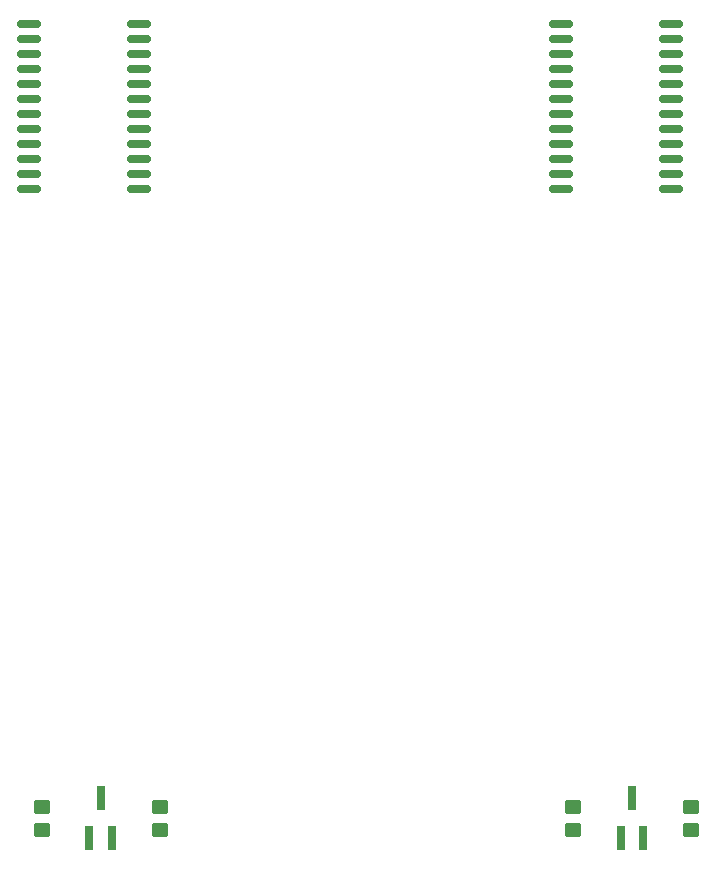
<source format=gbr>
%TF.GenerationSoftware,KiCad,Pcbnew,7.0.8*%
%TF.CreationDate,2024-02-08T03:58:00-08:00*%
%TF.ProjectId,panel,70616e65-6c2e-46b6-9963-61645f706362,rev?*%
%TF.SameCoordinates,Original*%
%TF.FileFunction,Paste,Bot*%
%TF.FilePolarity,Positive*%
%FSLAX46Y46*%
G04 Gerber Fmt 4.6, Leading zero omitted, Abs format (unit mm)*
G04 Created by KiCad (PCBNEW 7.0.8) date 2024-02-08 03:58:00*
%MOMM*%
%LPD*%
G01*
G04 APERTURE LIST*
G04 Aperture macros list*
%AMRoundRect*
0 Rectangle with rounded corners*
0 $1 Rounding radius*
0 $2 $3 $4 $5 $6 $7 $8 $9 X,Y pos of 4 corners*
0 Add a 4 corners polygon primitive as box body*
4,1,4,$2,$3,$4,$5,$6,$7,$8,$9,$2,$3,0*
0 Add four circle primitives for the rounded corners*
1,1,$1+$1,$2,$3*
1,1,$1+$1,$4,$5*
1,1,$1+$1,$6,$7*
1,1,$1+$1,$8,$9*
0 Add four rect primitives between the rounded corners*
20,1,$1+$1,$2,$3,$4,$5,0*
20,1,$1+$1,$4,$5,$6,$7,0*
20,1,$1+$1,$6,$7,$8,$9,0*
20,1,$1+$1,$8,$9,$2,$3,0*%
G04 Aperture macros list end*
%ADD10RoundRect,0.250000X0.450000X-0.350000X0.450000X0.350000X-0.450000X0.350000X-0.450000X-0.350000X0*%
%ADD11R,0.700000X2.000000*%
%ADD12RoundRect,0.150000X-0.875000X-0.150000X0.875000X-0.150000X0.875000X0.150000X-0.875000X0.150000X0*%
G04 APERTURE END LIST*
D10*
%TO.C,R4*%
X121000000Y-105000000D03*
X121000000Y-103000000D03*
%TD*%
D11*
%TO.C,Q1*%
X126950000Y-105700000D03*
X125050000Y-105700000D03*
X126000000Y-102300000D03*
%TD*%
D12*
%TO.C,U1*%
X119950000Y-50685000D03*
X119950000Y-49415000D03*
X119950000Y-48145000D03*
X119950000Y-46875000D03*
X119950000Y-45605000D03*
X119950000Y-44335000D03*
X119950000Y-43065000D03*
X119950000Y-41795000D03*
X119950000Y-40525000D03*
X119950000Y-39255000D03*
X119950000Y-37985000D03*
X119950000Y-36715000D03*
X129250000Y-36715000D03*
X129250000Y-37985000D03*
X129250000Y-39255000D03*
X129250000Y-40525000D03*
X129250000Y-41795000D03*
X129250000Y-43065000D03*
X129250000Y-44335000D03*
X129250000Y-45605000D03*
X129250000Y-46875000D03*
X129250000Y-48145000D03*
X129250000Y-49415000D03*
X129250000Y-50685000D03*
%TD*%
D10*
%TO.C,R3*%
X176000000Y-105000000D03*
X176000000Y-103000000D03*
%TD*%
%TO.C,R4*%
X166000000Y-105000000D03*
X166000000Y-103000000D03*
%TD*%
D12*
%TO.C,U1*%
X164950000Y-50685000D03*
X164950000Y-49415000D03*
X164950000Y-48145000D03*
X164950000Y-46875000D03*
X164950000Y-45605000D03*
X164950000Y-44335000D03*
X164950000Y-43065000D03*
X164950000Y-41795000D03*
X164950000Y-40525000D03*
X164950000Y-39255000D03*
X164950000Y-37985000D03*
X164950000Y-36715000D03*
X174250000Y-36715000D03*
X174250000Y-37985000D03*
X174250000Y-39255000D03*
X174250000Y-40525000D03*
X174250000Y-41795000D03*
X174250000Y-43065000D03*
X174250000Y-44335000D03*
X174250000Y-45605000D03*
X174250000Y-46875000D03*
X174250000Y-48145000D03*
X174250000Y-49415000D03*
X174250000Y-50685000D03*
%TD*%
D10*
%TO.C,R3*%
X131000000Y-105000000D03*
X131000000Y-103000000D03*
%TD*%
D11*
%TO.C,Q1*%
X171950000Y-105700000D03*
X170050000Y-105700000D03*
X171000000Y-102300000D03*
%TD*%
M02*

</source>
